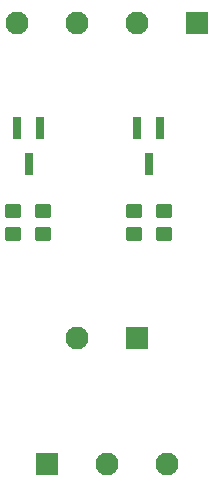
<source format=gts>
%TF.GenerationSoftware,KiCad,Pcbnew,(6.0.1)*%
%TF.CreationDate,2022-03-17T17:24:26+01:00*%
%TF.ProjectId,Module,4d6f6475-6c65-42e6-9b69-6361645f7063,v01*%
%TF.SameCoordinates,Original*%
%TF.FileFunction,Soldermask,Top*%
%TF.FilePolarity,Negative*%
%FSLAX46Y46*%
G04 Gerber Fmt 4.6, Leading zero omitted, Abs format (unit mm)*
G04 Created by KiCad (PCBNEW (6.0.1)) date 2022-03-17 17:24:26*
%MOMM*%
%LPD*%
G01*
G04 APERTURE LIST*
G04 Aperture macros list*
%AMRoundRect*
0 Rectangle with rounded corners*
0 $1 Rounding radius*
0 $2 $3 $4 $5 $6 $7 $8 $9 X,Y pos of 4 corners*
0 Add a 4 corners polygon primitive as box body*
4,1,4,$2,$3,$4,$5,$6,$7,$8,$9,$2,$3,0*
0 Add four circle primitives for the rounded corners*
1,1,$1+$1,$2,$3*
1,1,$1+$1,$4,$5*
1,1,$1+$1,$6,$7*
1,1,$1+$1,$8,$9*
0 Add four rect primitives between the rounded corners*
20,1,$1+$1,$2,$3,$4,$5,0*
20,1,$1+$1,$4,$5,$6,$7,0*
20,1,$1+$1,$6,$7,$8,$9,0*
20,1,$1+$1,$8,$9,$2,$3,0*%
G04 Aperture macros list end*
%ADD10R,1.950000X1.950000*%
%ADD11C,1.950000*%
%ADD12R,0.800000X1.900000*%
%ADD13RoundRect,0.249999X-0.450001X0.350001X-0.450001X-0.350001X0.450001X-0.350001X0.450001X0.350001X0*%
%ADD14RoundRect,0.249999X0.450001X-0.350001X0.450001X0.350001X-0.450001X0.350001X-0.450001X-0.350001X0*%
G04 APERTURE END LIST*
D10*
%TO.C,J1*%
X142494000Y-94742000D03*
D11*
X147574000Y-94742000D03*
X152654000Y-94742000D03*
%TD*%
D10*
%TO.C,J2*%
X155194000Y-57404000D03*
D11*
X150114000Y-57404000D03*
X145034000Y-57404000D03*
X139954000Y-57404000D03*
%TD*%
D12*
%TO.C,Q1*%
X152080000Y-66318000D03*
X150180000Y-66318000D03*
X151130000Y-69318000D03*
%TD*%
%TO.C,Q2*%
X141920000Y-66318000D03*
X140020000Y-66318000D03*
X140970000Y-69318000D03*
%TD*%
D10*
%TO.C,J3*%
X150114000Y-84074000D03*
D11*
X145034000Y-84074000D03*
%TD*%
D13*
%TO.C,R2*%
X142220000Y-73295000D03*
X142220000Y-75295000D03*
%TD*%
%TO.C,R1*%
X152400000Y-73295000D03*
X152400000Y-75295000D03*
%TD*%
%TO.C,R3*%
X149860000Y-73295000D03*
X149860000Y-75295000D03*
%TD*%
D14*
%TO.C,R4*%
X139680000Y-75295000D03*
X139680000Y-73295000D03*
%TD*%
M02*

</source>
